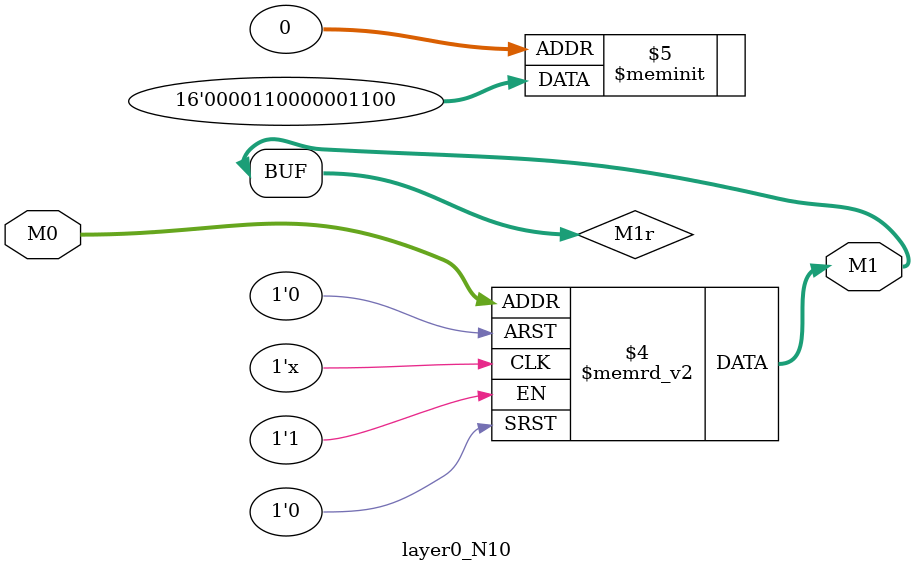
<source format=v>
module layer0_N10 ( input [2:0] M0, output [1:0] M1 );

	(*rom_style = "distributed" *) reg [1:0] M1r;
	assign M1 = M1r;
	always @ (M0) begin
		case (M0)
			3'b000: M1r = 2'b00;
			3'b100: M1r = 2'b00;
			3'b010: M1r = 2'b00;
			3'b110: M1r = 2'b00;
			3'b001: M1r = 2'b11;
			3'b101: M1r = 2'b11;
			3'b011: M1r = 2'b00;
			3'b111: M1r = 2'b00;

		endcase
	end
endmodule

</source>
